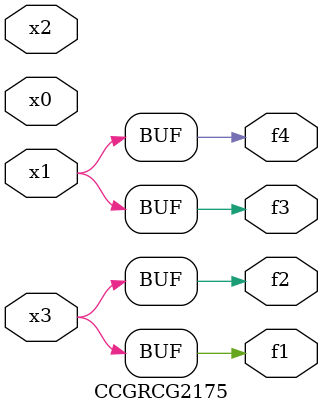
<source format=v>
module CCGRCG2175(
	input x0, x1, x2, x3,
	output f1, f2, f3, f4
);
	assign f1 = x3;
	assign f2 = x3;
	assign f3 = x1;
	assign f4 = x1;
endmodule

</source>
